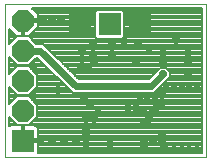
<source format=gbl>
G75*
%MOIN*%
%OFA0B0*%
%FSLAX25Y25*%
%IPPOS*%
%LPD*%
%AMOC8*
5,1,8,0,0,1.08239X$1,22.5*
%
%ADD10C,0.00000*%
%ADD11R,0.07400X0.07400*%
%ADD12OC8,0.07400*%
%ADD13C,0.00800*%
%ADD14OC8,0.02381*%
%ADD15C,0.02400*%
D10*
X0001400Y0002688D02*
X0001400Y0053869D01*
X0068329Y0053869D01*
X0068329Y0002688D01*
X0001400Y0002688D01*
D11*
X0007306Y0008200D03*
X0026282Y0046979D03*
X0036282Y0046979D03*
X0046282Y0046979D03*
D12*
X0007306Y0048200D03*
X0007306Y0038200D03*
X0007306Y0028200D03*
X0007306Y0018200D03*
D13*
X0011240Y0021054D02*
X0066929Y0021054D01*
X0066929Y0021852D02*
X0010441Y0021852D01*
X0009643Y0022651D02*
X0066929Y0022651D01*
X0066929Y0023449D02*
X0009343Y0023449D01*
X0009294Y0023400D02*
X0012105Y0026211D01*
X0012105Y0030188D01*
X0009294Y0033000D01*
X0005317Y0033000D01*
X0002800Y0030482D01*
X0002800Y0035917D01*
X0005317Y0033400D01*
X0009294Y0033400D01*
X0011794Y0035900D01*
X0012180Y0035900D01*
X0022722Y0025357D01*
X0024069Y0024010D01*
X0051172Y0024010D01*
X0056456Y0029294D01*
X0056456Y0031200D01*
X0055109Y0032547D01*
X0053203Y0032547D01*
X0049266Y0028610D01*
X0025975Y0028610D01*
X0014085Y0040500D01*
X0011794Y0040500D01*
X0009294Y0043000D01*
X0005317Y0043000D01*
X0002800Y0040482D01*
X0002800Y0045493D01*
X0005193Y0043100D01*
X0006906Y0043100D01*
X0006906Y0047800D01*
X0007705Y0047800D01*
X0007705Y0043100D01*
X0009418Y0043100D01*
X0012405Y0046087D01*
X0012405Y0047800D01*
X0007706Y0047800D01*
X0007706Y0048600D01*
X0012405Y0048600D01*
X0012405Y0050312D01*
X0010249Y0052469D01*
X0066929Y0052469D01*
X0066929Y0004088D01*
X0012345Y0004088D01*
X0012405Y0004315D01*
X0012405Y0007800D01*
X0007706Y0007800D01*
X0007706Y0008600D01*
X0012405Y0008600D01*
X0012405Y0012084D01*
X0012310Y0012440D01*
X0012126Y0012759D01*
X0011865Y0013020D01*
X0011546Y0013204D01*
X0011190Y0013300D01*
X0007705Y0013300D01*
X0007705Y0008600D01*
X0006906Y0008600D01*
X0006906Y0013300D01*
X0003421Y0013300D01*
X0003065Y0013204D01*
X0002800Y0013051D01*
X0002800Y0015917D01*
X0005317Y0013400D01*
X0009294Y0013400D01*
X0012105Y0016211D01*
X0012105Y0020188D01*
X0009294Y0023000D01*
X0005317Y0023000D01*
X0002800Y0020482D01*
X0002800Y0025917D01*
X0005317Y0023400D01*
X0009294Y0023400D01*
X0010142Y0024248D02*
X0023832Y0024248D01*
X0023033Y0025046D02*
X0010940Y0025046D01*
X0011739Y0025845D02*
X0022235Y0025845D01*
X0021436Y0026643D02*
X0012105Y0026643D01*
X0012105Y0027442D02*
X0020638Y0027442D01*
X0019839Y0028240D02*
X0012105Y0028240D01*
X0012105Y0029039D02*
X0019041Y0029039D01*
X0018242Y0029837D02*
X0012105Y0029837D01*
X0011658Y0030636D02*
X0017444Y0030636D01*
X0016645Y0031434D02*
X0010859Y0031434D01*
X0010061Y0032233D02*
X0015846Y0032233D01*
X0015048Y0033031D02*
X0002800Y0033031D01*
X0002800Y0032233D02*
X0004550Y0032233D01*
X0003752Y0031434D02*
X0002800Y0031434D01*
X0002800Y0030636D02*
X0002953Y0030636D01*
X0002800Y0033830D02*
X0004887Y0033830D01*
X0004089Y0034628D02*
X0002800Y0034628D01*
X0002800Y0035427D02*
X0003290Y0035427D01*
X0009724Y0033830D02*
X0014249Y0033830D01*
X0013451Y0034628D02*
X0010522Y0034628D01*
X0011321Y0035427D02*
X0012652Y0035427D01*
X0015964Y0038621D02*
X0066929Y0038621D01*
X0066929Y0039419D02*
X0015165Y0039419D01*
X0014367Y0040218D02*
X0066929Y0040218D01*
X0066929Y0041016D02*
X0011277Y0041016D01*
X0010478Y0041815D02*
X0066929Y0041815D01*
X0066929Y0042613D02*
X0040872Y0042613D01*
X0041082Y0042823D02*
X0041082Y0051135D01*
X0040438Y0051779D01*
X0032126Y0051779D01*
X0031482Y0051135D01*
X0031482Y0042823D01*
X0032126Y0042179D01*
X0040438Y0042179D01*
X0041082Y0042823D01*
X0041082Y0043412D02*
X0066929Y0043412D01*
X0066929Y0044210D02*
X0041082Y0044210D01*
X0041082Y0045009D02*
X0066929Y0045009D01*
X0066929Y0045807D02*
X0041082Y0045807D01*
X0041082Y0046606D02*
X0066929Y0046606D01*
X0066929Y0047404D02*
X0041082Y0047404D01*
X0041082Y0048203D02*
X0066929Y0048203D01*
X0066929Y0049001D02*
X0041082Y0049001D01*
X0041082Y0049800D02*
X0066929Y0049800D01*
X0066929Y0050598D02*
X0041082Y0050598D01*
X0040820Y0051397D02*
X0066929Y0051397D01*
X0066929Y0052195D02*
X0010522Y0052195D01*
X0011321Y0051397D02*
X0031744Y0051397D01*
X0031482Y0050598D02*
X0012119Y0050598D01*
X0012405Y0049800D02*
X0031482Y0049800D01*
X0031482Y0049001D02*
X0012405Y0049001D01*
X0012405Y0047404D02*
X0031482Y0047404D01*
X0031482Y0048203D02*
X0007706Y0048203D01*
X0007705Y0047404D02*
X0006906Y0047404D01*
X0006906Y0046606D02*
X0007705Y0046606D01*
X0007705Y0045807D02*
X0006906Y0045807D01*
X0006906Y0045009D02*
X0007705Y0045009D01*
X0007705Y0044210D02*
X0006906Y0044210D01*
X0006906Y0043412D02*
X0007705Y0043412D01*
X0009730Y0043412D02*
X0031482Y0043412D01*
X0031482Y0044210D02*
X0010529Y0044210D01*
X0011327Y0045009D02*
X0031482Y0045009D01*
X0031482Y0045807D02*
X0012126Y0045807D01*
X0012405Y0046606D02*
X0031482Y0046606D01*
X0031692Y0042613D02*
X0009680Y0042613D01*
X0004931Y0042613D02*
X0002800Y0042613D01*
X0002800Y0041815D02*
X0004133Y0041815D01*
X0003334Y0041016D02*
X0002800Y0041016D01*
X0002800Y0043412D02*
X0004881Y0043412D01*
X0004082Y0044210D02*
X0002800Y0044210D01*
X0002800Y0045009D02*
X0003284Y0045009D01*
X0016762Y0037822D02*
X0066929Y0037822D01*
X0066929Y0037024D02*
X0017561Y0037024D01*
X0018359Y0036225D02*
X0066929Y0036225D01*
X0066929Y0035427D02*
X0019158Y0035427D01*
X0019956Y0034628D02*
X0066929Y0034628D01*
X0066929Y0033830D02*
X0020755Y0033830D01*
X0021553Y0033031D02*
X0066929Y0033031D01*
X0066929Y0032233D02*
X0055423Y0032233D01*
X0056221Y0031434D02*
X0066929Y0031434D01*
X0066929Y0030636D02*
X0056456Y0030636D01*
X0056456Y0029837D02*
X0066929Y0029837D01*
X0066929Y0029039D02*
X0056200Y0029039D01*
X0055402Y0028240D02*
X0066929Y0028240D01*
X0066929Y0027442D02*
X0054603Y0027442D01*
X0053805Y0026643D02*
X0066929Y0026643D01*
X0066929Y0025845D02*
X0053006Y0025845D01*
X0052208Y0025046D02*
X0066929Y0025046D01*
X0066929Y0024248D02*
X0051409Y0024248D01*
X0049695Y0029039D02*
X0025546Y0029039D01*
X0024747Y0029837D02*
X0050494Y0029837D01*
X0051292Y0030636D02*
X0023949Y0030636D01*
X0023150Y0031434D02*
X0052091Y0031434D01*
X0052889Y0032233D02*
X0022352Y0032233D01*
X0012038Y0020255D02*
X0066929Y0020255D01*
X0066929Y0019457D02*
X0012105Y0019457D01*
X0012105Y0018658D02*
X0066929Y0018658D01*
X0066929Y0017860D02*
X0012105Y0017860D01*
X0012105Y0017061D02*
X0066929Y0017061D01*
X0066929Y0016262D02*
X0012105Y0016262D01*
X0011358Y0015464D02*
X0066929Y0015464D01*
X0066929Y0014665D02*
X0010560Y0014665D01*
X0009761Y0013867D02*
X0066929Y0013867D01*
X0066929Y0013068D02*
X0011781Y0013068D01*
X0012356Y0012270D02*
X0066929Y0012270D01*
X0066929Y0011471D02*
X0012405Y0011471D01*
X0012405Y0010673D02*
X0066929Y0010673D01*
X0066929Y0009874D02*
X0012405Y0009874D01*
X0012405Y0009076D02*
X0066929Y0009076D01*
X0066929Y0008277D02*
X0007706Y0008277D01*
X0007705Y0009076D02*
X0006906Y0009076D01*
X0006906Y0009874D02*
X0007705Y0009874D01*
X0007705Y0010673D02*
X0006906Y0010673D01*
X0006906Y0011471D02*
X0007705Y0011471D01*
X0007705Y0012270D02*
X0006906Y0012270D01*
X0006906Y0013068D02*
X0007705Y0013068D01*
X0004850Y0013867D02*
X0002800Y0013867D01*
X0002800Y0013068D02*
X0002830Y0013068D01*
X0002800Y0014665D02*
X0004051Y0014665D01*
X0003253Y0015464D02*
X0002800Y0015464D01*
X0002800Y0021054D02*
X0003371Y0021054D01*
X0002800Y0021852D02*
X0004170Y0021852D01*
X0004968Y0022651D02*
X0002800Y0022651D01*
X0002800Y0023449D02*
X0005268Y0023449D01*
X0004469Y0024248D02*
X0002800Y0024248D01*
X0002800Y0025046D02*
X0003671Y0025046D01*
X0002872Y0025845D02*
X0002800Y0025845D01*
X0012405Y0007479D02*
X0066929Y0007479D01*
X0066929Y0006680D02*
X0012405Y0006680D01*
X0012405Y0005882D02*
X0066929Y0005882D01*
X0066929Y0005083D02*
X0012405Y0005083D01*
X0012397Y0004285D02*
X0066929Y0004285D01*
D14*
X0065376Y0005050D03*
X0062817Y0005050D03*
X0060258Y0005050D03*
X0057699Y0005050D03*
X0055140Y0005050D03*
X0053762Y0007412D03*
X0053762Y0009578D03*
X0050809Y0007609D03*
X0047660Y0008200D03*
X0047660Y0005641D03*
X0047660Y0014105D03*
X0049431Y0015483D03*
X0050416Y0017452D03*
X0051794Y0019223D03*
X0053762Y0020798D03*
X0051400Y0022963D03*
X0048841Y0022963D03*
X0046282Y0022963D03*
X0044904Y0019026D03*
X0042345Y0019026D03*
X0047266Y0017845D03*
X0053762Y0023357D03*
X0055140Y0025522D03*
X0057699Y0025522D03*
X0060258Y0025522D03*
X0062817Y0025522D03*
X0065376Y0025522D03*
X0062424Y0030837D03*
X0062424Y0034184D03*
X0062424Y0037530D03*
X0058290Y0041861D03*
X0053959Y0037530D03*
X0053959Y0034578D03*
X0054156Y0030247D03*
X0044904Y0034381D03*
X0049431Y0038908D03*
X0045691Y0040680D03*
X0040967Y0041270D03*
X0041951Y0044223D03*
X0041951Y0047767D03*
X0041951Y0051310D03*
X0030534Y0051310D03*
X0030534Y0047767D03*
X0030534Y0044223D03*
X0030731Y0040680D03*
X0026991Y0038121D03*
X0026991Y0035562D03*
X0030731Y0037137D03*
X0031124Y0034381D03*
X0029156Y0032609D03*
X0026597Y0032609D03*
X0019117Y0025129D03*
X0010652Y0023160D03*
X0010849Y0033200D03*
X0027778Y0021979D03*
X0029746Y0020207D03*
X0032502Y0017452D03*
X0030928Y0015483D03*
X0028369Y0015286D03*
X0028369Y0012530D03*
X0028369Y0009774D03*
X0028369Y0007019D03*
X0025022Y0008200D03*
X0021085Y0008200D03*
X0017148Y0008200D03*
X0013211Y0008200D03*
X0036439Y0007019D03*
X0037030Y0037137D03*
X0037030Y0040680D03*
X0019904Y0048160D03*
X0016951Y0048160D03*
X0014195Y0048160D03*
D15*
X0013132Y0038200D02*
X0007306Y0038200D01*
X0013132Y0038200D02*
X0025022Y0026310D01*
X0050219Y0026310D01*
X0054156Y0030247D01*
M02*

</source>
